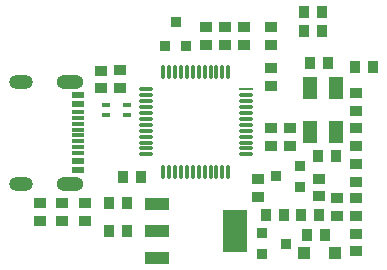
<source format=gbp>
G04 #@! TF.GenerationSoftware,KiCad,Pcbnew,7.0.9*
G04 #@! TF.CreationDate,2024-11-14T15:36:12+03:00*
G04 #@! TF.ProjectId,Teco,5465636f-2e6b-4696-9361-645f70636258,rev?*
G04 #@! TF.SameCoordinates,Original*
G04 #@! TF.FileFunction,Paste,Bot*
G04 #@! TF.FilePolarity,Positive*
%FSLAX46Y46*%
G04 Gerber Fmt 4.6, Leading zero omitted, Abs format (unit mm)*
G04 Created by KiCad (PCBNEW 7.0.9) date 2024-11-14 15:36:12*
%MOMM*%
%LPD*%
G01*
G04 APERTURE LIST*
%ADD10R,1.016000X0.889000*%
%ADD11R,0.889000X1.016000*%
%ADD12R,2.032000X3.657600*%
%ADD13R,2.032000X1.016000*%
%ADD14R,1.200000X0.270000*%
%ADD15O,1.200000X0.270000*%
%ADD16O,0.270000X1.200000*%
%ADD17R,0.914400X0.914400*%
%ADD18R,1.000000X0.900000*%
%ADD19R,0.900000X1.000000*%
%ADD20R,1.198880X1.899920*%
%ADD21R,1.000760X1.000760*%
%ADD22R,0.701040X0.398780*%
%ADD23R,1.100000X0.600000*%
%ADD24R,1.100000X0.300000*%
%ADD25O,2.000000X1.200000*%
%ADD26O,2.300000X1.200000*%
G04 APERTURE END LIST*
D10*
X131700000Y-75562000D03*
X131700000Y-74038000D03*
X135600000Y-79062000D03*
X135600000Y-77538000D03*
X135600000Y-84162000D03*
X135600000Y-82638000D03*
D11*
X124562000Y-86800000D03*
X123038000Y-86800000D03*
D10*
X122800000Y-77738000D03*
X122800000Y-79262000D03*
X133300000Y-75562000D03*
X133300000Y-74038000D03*
D11*
X123362000Y-89000000D03*
X121838000Y-89000000D03*
X123362000Y-91300000D03*
X121838000Y-91300000D03*
X139538000Y-85000000D03*
X141062000Y-85000000D03*
X140362000Y-77100000D03*
X138838000Y-77100000D03*
D12*
X132502000Y-91300000D03*
D13*
X125898000Y-89014000D03*
X125898000Y-91300000D03*
X125898000Y-93586000D03*
D14*
X133450000Y-79350000D03*
D15*
X133450000Y-79850000D03*
X133450000Y-80350000D03*
X133450000Y-80850000D03*
X133450000Y-81350000D03*
X133450000Y-81850000D03*
X133450000Y-82350000D03*
X133450000Y-82850000D03*
X133450000Y-83350000D03*
X133450000Y-83850000D03*
X133450000Y-84350000D03*
X133450000Y-84850000D03*
D16*
X131950000Y-86350000D03*
X131450000Y-86350000D03*
X130950000Y-86350000D03*
X130450000Y-86350000D03*
X129950000Y-86350000D03*
X129450000Y-86350000D03*
X128950000Y-86350000D03*
X128450000Y-86350000D03*
X127950000Y-86350000D03*
X127450000Y-86350000D03*
X126950000Y-86350000D03*
X126450000Y-86350000D03*
D15*
X124950000Y-84850000D03*
X124950000Y-84350000D03*
X124950000Y-83850000D03*
X124950000Y-83350000D03*
X124950000Y-82850000D03*
X124950000Y-82350000D03*
X124950000Y-81850000D03*
X124950000Y-81350000D03*
X124950000Y-80850000D03*
X124950000Y-80350000D03*
X124950000Y-79850000D03*
X124950000Y-79350000D03*
D16*
X126450000Y-77850000D03*
X126950000Y-77850000D03*
X127450000Y-77850000D03*
X127950000Y-77850000D03*
X128450000Y-77850000D03*
X128950000Y-77850000D03*
X129450000Y-77850000D03*
X129950000Y-77850000D03*
X130450000Y-77850000D03*
X130950000Y-77850000D03*
X131450000Y-77850000D03*
X131950000Y-77850000D03*
D17*
X138016000Y-85811000D03*
X138016000Y-87589000D03*
X135984000Y-86700000D03*
X134784000Y-93289000D03*
X134784000Y-91511000D03*
X136816000Y-92400000D03*
D18*
X117900000Y-88950000D03*
X117900000Y-90450000D03*
X121200000Y-79250000D03*
X121200000Y-77750000D03*
X142800000Y-81150000D03*
X142800000Y-79650000D03*
D19*
X144200000Y-77450000D03*
X142700000Y-77450000D03*
D18*
X137200000Y-84150000D03*
X137200000Y-82650000D03*
X134500000Y-88450000D03*
X134500000Y-86950000D03*
D19*
X136650000Y-90000000D03*
X135150000Y-90000000D03*
X139650000Y-90000000D03*
X138150000Y-90000000D03*
D18*
X142800000Y-93050000D03*
X142800000Y-91550000D03*
X142800000Y-87150000D03*
X142800000Y-85650000D03*
X142800000Y-84150000D03*
X142800000Y-82650000D03*
D19*
X139850000Y-72800000D03*
X138350000Y-72800000D03*
X139850000Y-74400000D03*
X138350000Y-74400000D03*
D18*
X142800000Y-90050000D03*
X142800000Y-88550000D03*
D20*
X138900180Y-82949120D03*
X141099820Y-79250880D03*
X141099820Y-82949120D03*
X138900180Y-79250880D03*
D10*
X141200000Y-90062000D03*
X141200000Y-88538000D03*
D21*
X138399520Y-93200000D03*
X141000480Y-93200000D03*
D19*
X138650000Y-91700000D03*
X140150000Y-91700000D03*
D22*
X121600840Y-81498780D03*
X123399160Y-81498780D03*
X123399160Y-80701220D03*
X121600840Y-80701220D03*
D10*
X116000000Y-90462000D03*
X116000000Y-88938000D03*
D18*
X139600000Y-88400000D03*
X139600000Y-86900000D03*
X135600000Y-75550000D03*
X135600000Y-74050000D03*
D10*
X119800000Y-88938000D03*
X119800000Y-90462000D03*
D23*
X119257500Y-86200000D03*
X119257500Y-85400000D03*
D24*
X119257500Y-84250000D03*
X119257500Y-83250000D03*
X119257500Y-82750000D03*
X119257500Y-81750000D03*
D23*
X119257500Y-79800000D03*
X119257500Y-80600000D03*
D24*
X119257500Y-81250000D03*
X119257500Y-82250000D03*
X119257500Y-83750000D03*
X119257500Y-84750000D03*
D25*
X114407500Y-87320000D03*
D26*
X118557500Y-87320000D03*
D25*
X114407500Y-78680000D03*
D26*
X118557500Y-78680000D03*
D18*
X130100000Y-74050000D03*
X130100000Y-75550000D03*
D17*
X128389000Y-75716000D03*
X126611000Y-75716000D03*
X127500000Y-73684000D03*
M02*

</source>
